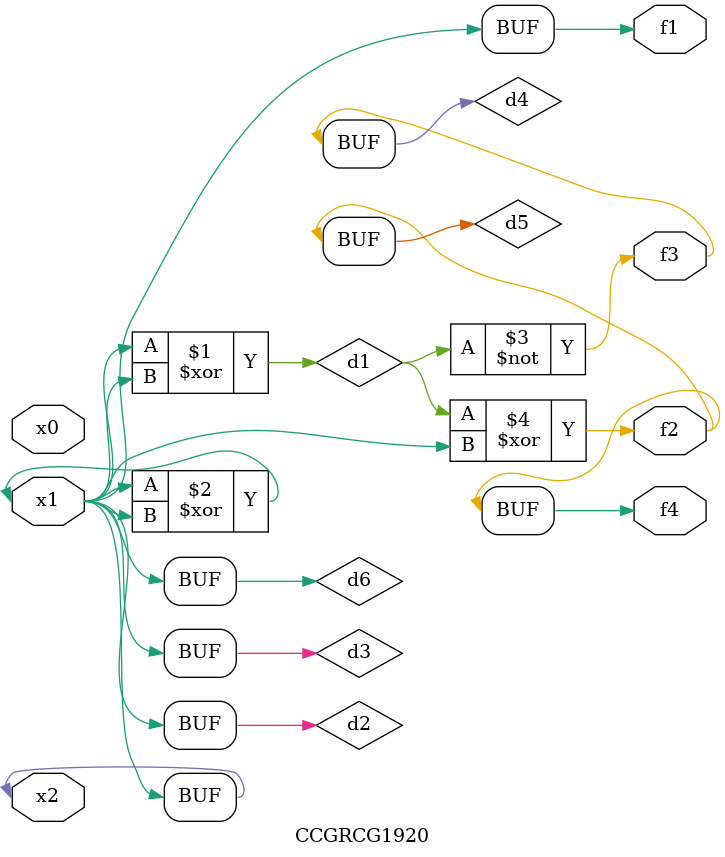
<source format=v>
module CCGRCG1920(
	input x0, x1, x2,
	output f1, f2, f3, f4
);

	wire d1, d2, d3, d4, d5, d6;

	xor (d1, x1, x2);
	buf (d2, x1, x2);
	xor (d3, x1, x2);
	nor (d4, d1);
	xor (d5, d1, d2);
	buf (d6, d2, d3);
	assign f1 = d6;
	assign f2 = d5;
	assign f3 = d4;
	assign f4 = d5;
endmodule

</source>
